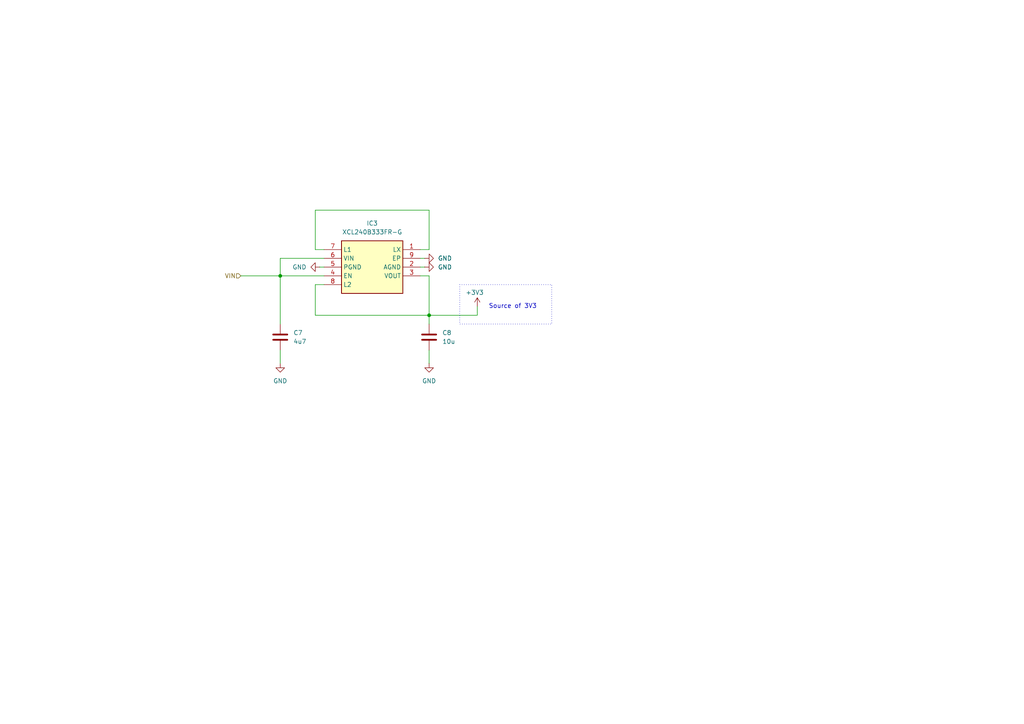
<source format=kicad_sch>
(kicad_sch
	(version 20231120)
	(generator "eeschema")
	(generator_version "8.0")
	(uuid "021fa15a-00d6-4cd3-877a-5cb5671dad8b")
	(paper "A4")
	(lib_symbols
		(symbol "Device:C"
			(pin_numbers hide)
			(pin_names
				(offset 0.254)
			)
			(exclude_from_sim no)
			(in_bom yes)
			(on_board yes)
			(property "Reference" "C"
				(at 0.635 2.54 0)
				(effects
					(font
						(size 1.27 1.27)
					)
					(justify left)
				)
			)
			(property "Value" "C"
				(at 0.635 -2.54 0)
				(effects
					(font
						(size 1.27 1.27)
					)
					(justify left)
				)
			)
			(property "Footprint" ""
				(at 0.9652 -3.81 0)
				(effects
					(font
						(size 1.27 1.27)
					)
					(hide yes)
				)
			)
			(property "Datasheet" "~"
				(at 0 0 0)
				(effects
					(font
						(size 1.27 1.27)
					)
					(hide yes)
				)
			)
			(property "Description" "Unpolarized capacitor"
				(at 0 0 0)
				(effects
					(font
						(size 1.27 1.27)
					)
					(hide yes)
				)
			)
			(property "ki_keywords" "cap capacitor"
				(at 0 0 0)
				(effects
					(font
						(size 1.27 1.27)
					)
					(hide yes)
				)
			)
			(property "ki_fp_filters" "C_*"
				(at 0 0 0)
				(effects
					(font
						(size 1.27 1.27)
					)
					(hide yes)
				)
			)
			(symbol "C_0_1"
				(polyline
					(pts
						(xy -2.032 -0.762) (xy 2.032 -0.762)
					)
					(stroke
						(width 0.508)
						(type default)
					)
					(fill
						(type none)
					)
				)
				(polyline
					(pts
						(xy -2.032 0.762) (xy 2.032 0.762)
					)
					(stroke
						(width 0.508)
						(type default)
					)
					(fill
						(type none)
					)
				)
			)
			(symbol "C_1_1"
				(pin passive line
					(at 0 3.81 270)
					(length 2.794)
					(name "~"
						(effects
							(font
								(size 1.27 1.27)
							)
						)
					)
					(number "1"
						(effects
							(font
								(size 1.27 1.27)
							)
						)
					)
				)
				(pin passive line
					(at 0 -3.81 90)
					(length 2.794)
					(name "~"
						(effects
							(font
								(size 1.27 1.27)
							)
						)
					)
					(number "2"
						(effects
							(font
								(size 1.27 1.27)
							)
						)
					)
				)
			)
		)
		(symbol "SamacSys_Parts:XCL240B333FR-G"
			(exclude_from_sim no)
			(in_bom yes)
			(on_board yes)
			(property "Reference" "IC3"
				(at 13.97 -17.78 0)
				(effects
					(font
						(size 1.27 1.27)
					)
				)
			)
			(property "Value" "XCL240B333FR-G"
				(at 13.97 -15.24 0)
				(effects
					(font
						(size 1.27 1.27)
					)
				)
			)
			(property "Footprint" "XCL103D503CRG"
				(at 24.13 -94.92 0)
				(effects
					(font
						(size 1.27 1.27)
					)
					(justify left top)
					(hide yes)
				)
			)
			(property "Datasheet" "https://product.torexsemi.com/system/files/series/xcl240.pdf"
				(at 24.13 -194.92 0)
				(effects
					(font
						(size 1.27 1.27)
					)
					(justify left top)
					(hide yes)
				)
			)
			(property "Description" "HiSAT-COT  Control 1A Inductor Built-in Step-Down micro DC/DC Converters"
				(at 0 4.572 0)
				(effects
					(font
						(size 1.27 1.27)
					)
					(hide yes)
				)
			)
			(property "Height" "1.04"
				(at 24.13 -394.92 0)
				(effects
					(font
						(size 1.27 1.27)
					)
					(justify left top)
					(hide yes)
				)
			)
			(property "Manufacturer_Name" "Torex"
				(at 24.13 -494.92 0)
				(effects
					(font
						(size 1.27 1.27)
					)
					(justify left top)
					(hide yes)
				)
			)
			(property "Manufacturer_Part_Number" "XCL240B333FR-G"
				(at 24.13 -594.92 0)
				(effects
					(font
						(size 1.27 1.27)
					)
					(justify left top)
					(hide yes)
				)
			)
			(property "Mouser Part Number" ""
				(at 24.13 -694.92 0)
				(effects
					(font
						(size 1.27 1.27)
					)
					(justify left top)
					(hide yes)
				)
			)
			(property "Mouser Price/Stock" ""
				(at 24.13 -794.92 0)
				(effects
					(font
						(size 1.27 1.27)
					)
					(justify left top)
					(hide yes)
				)
			)
			(property "Arrow Part Number" ""
				(at 24.13 -894.92 0)
				(effects
					(font
						(size 1.27 1.27)
					)
					(justify left top)
					(hide yes)
				)
			)
			(property "Arrow Price/Stock" ""
				(at 24.13 -994.92 0)
				(effects
					(font
						(size 1.27 1.27)
					)
					(justify left top)
					(hide yes)
				)
			)
			(symbol "XCL240B333FR-G_1_1"
				(rectangle
					(start 5.08 2.54)
					(end 22.86 -12.7)
					(stroke
						(width 0.254)
						(type default)
					)
					(fill
						(type background)
					)
				)
				(pin passive line
					(at 27.94 0 180)
					(length 5.08)
					(name "LX"
						(effects
							(font
								(size 1.27 1.27)
							)
						)
					)
					(number "1"
						(effects
							(font
								(size 1.27 1.27)
							)
						)
					)
				)
				(pin passive line
					(at 27.94 -5.08 180)
					(length 5.08)
					(name "AGND"
						(effects
							(font
								(size 1.27 1.27)
							)
						)
					)
					(number "2"
						(effects
							(font
								(size 1.27 1.27)
							)
						)
					)
				)
				(pin passive line
					(at 27.94 -7.62 180)
					(length 5.08)
					(name "VOUT"
						(effects
							(font
								(size 1.27 1.27)
							)
						)
					)
					(number "3"
						(effects
							(font
								(size 1.27 1.27)
							)
						)
					)
				)
				(pin passive line
					(at 0 -7.62 0)
					(length 5.08)
					(name "EN"
						(effects
							(font
								(size 1.27 1.27)
							)
						)
					)
					(number "4"
						(effects
							(font
								(size 1.27 1.27)
							)
						)
					)
				)
				(pin passive line
					(at 0 -5.08 0)
					(length 5.08)
					(name "PGND"
						(effects
							(font
								(size 1.27 1.27)
							)
						)
					)
					(number "5"
						(effects
							(font
								(size 1.27 1.27)
							)
						)
					)
				)
				(pin passive line
					(at 0 -2.54 0)
					(length 5.08)
					(name "VIN"
						(effects
							(font
								(size 1.27 1.27)
							)
						)
					)
					(number "6"
						(effects
							(font
								(size 1.27 1.27)
							)
						)
					)
				)
				(pin passive line
					(at 0 0 0)
					(length 5.08)
					(name "L1"
						(effects
							(font
								(size 1.27 1.27)
							)
						)
					)
					(number "7"
						(effects
							(font
								(size 1.27 1.27)
							)
						)
					)
				)
				(pin passive line
					(at 0 -10.16 0)
					(length 5.08)
					(name "L2"
						(effects
							(font
								(size 1.27 1.27)
							)
						)
					)
					(number "8"
						(effects
							(font
								(size 1.27 1.27)
							)
						)
					)
				)
				(pin passive line
					(at 27.94 -2.54 180)
					(length 5.08)
					(name "EP"
						(effects
							(font
								(size 1.27 1.27)
							)
						)
					)
					(number "9"
						(effects
							(font
								(size 1.27 1.27)
							)
						)
					)
				)
			)
		)
		(symbol "power:+3V3"
			(power)
			(pin_numbers hide)
			(pin_names
				(offset 0) hide)
			(exclude_from_sim no)
			(in_bom yes)
			(on_board yes)
			(property "Reference" "#PWR"
				(at 0 -3.81 0)
				(effects
					(font
						(size 1.27 1.27)
					)
					(hide yes)
				)
			)
			(property "Value" "+3V3"
				(at 0 3.556 0)
				(effects
					(font
						(size 1.27 1.27)
					)
				)
			)
			(property "Footprint" ""
				(at 0 0 0)
				(effects
					(font
						(size 1.27 1.27)
					)
					(hide yes)
				)
			)
			(property "Datasheet" ""
				(at 0 0 0)
				(effects
					(font
						(size 1.27 1.27)
					)
					(hide yes)
				)
			)
			(property "Description" "Power symbol creates a global label with name \"+3V3\""
				(at 0 0 0)
				(effects
					(font
						(size 1.27 1.27)
					)
					(hide yes)
				)
			)
			(property "ki_keywords" "global power"
				(at 0 0 0)
				(effects
					(font
						(size 1.27 1.27)
					)
					(hide yes)
				)
			)
			(symbol "+3V3_0_1"
				(polyline
					(pts
						(xy -0.762 1.27) (xy 0 2.54)
					)
					(stroke
						(width 0)
						(type default)
					)
					(fill
						(type none)
					)
				)
				(polyline
					(pts
						(xy 0 0) (xy 0 2.54)
					)
					(stroke
						(width 0)
						(type default)
					)
					(fill
						(type none)
					)
				)
				(polyline
					(pts
						(xy 0 2.54) (xy 0.762 1.27)
					)
					(stroke
						(width 0)
						(type default)
					)
					(fill
						(type none)
					)
				)
			)
			(symbol "+3V3_1_1"
				(pin power_in line
					(at 0 0 90)
					(length 0)
					(name "~"
						(effects
							(font
								(size 1.27 1.27)
							)
						)
					)
					(number "1"
						(effects
							(font
								(size 1.27 1.27)
							)
						)
					)
				)
			)
		)
		(symbol "power:GND"
			(power)
			(pin_numbers hide)
			(pin_names
				(offset 0) hide)
			(exclude_from_sim no)
			(in_bom yes)
			(on_board yes)
			(property "Reference" "#PWR"
				(at 0 -6.35 0)
				(effects
					(font
						(size 1.27 1.27)
					)
					(hide yes)
				)
			)
			(property "Value" "GND"
				(at 0 -3.81 0)
				(effects
					(font
						(size 1.27 1.27)
					)
				)
			)
			(property "Footprint" ""
				(at 0 0 0)
				(effects
					(font
						(size 1.27 1.27)
					)
					(hide yes)
				)
			)
			(property "Datasheet" ""
				(at 0 0 0)
				(effects
					(font
						(size 1.27 1.27)
					)
					(hide yes)
				)
			)
			(property "Description" "Power symbol creates a global label with name \"GND\" , ground"
				(at 0 0 0)
				(effects
					(font
						(size 1.27 1.27)
					)
					(hide yes)
				)
			)
			(property "ki_keywords" "global power"
				(at 0 0 0)
				(effects
					(font
						(size 1.27 1.27)
					)
					(hide yes)
				)
			)
			(symbol "GND_0_1"
				(polyline
					(pts
						(xy 0 0) (xy 0 -1.27) (xy 1.27 -1.27) (xy 0 -2.54) (xy -1.27 -1.27) (xy 0 -1.27)
					)
					(stroke
						(width 0)
						(type default)
					)
					(fill
						(type none)
					)
				)
			)
			(symbol "GND_1_1"
				(pin power_in line
					(at 0 0 270)
					(length 0)
					(name "~"
						(effects
							(font
								(size 1.27 1.27)
							)
						)
					)
					(number "1"
						(effects
							(font
								(size 1.27 1.27)
							)
						)
					)
				)
			)
		)
	)
	(junction
		(at 124.46 91.44)
		(diameter 0)
		(color 0 0 0 0)
		(uuid "8cd6c717-e2de-4846-a069-0e66598305da")
	)
	(junction
		(at 81.28 80.01)
		(diameter 0)
		(color 0 0 0 0)
		(uuid "e06b5d19-9d50-4bd9-b641-5a065d7dd20f")
	)
	(wire
		(pts
			(xy 124.46 91.44) (xy 138.43 91.44)
		)
		(stroke
			(width 0)
			(type default)
		)
		(uuid "0345a103-55b4-489c-ab14-c8d0fd7ab801")
	)
	(wire
		(pts
			(xy 124.46 80.01) (xy 124.46 91.44)
		)
		(stroke
			(width 0)
			(type default)
		)
		(uuid "04b92386-a11d-4ebd-a754-eb255ec70438")
	)
	(wire
		(pts
			(xy 124.46 72.39) (xy 121.92 72.39)
		)
		(stroke
			(width 0)
			(type default)
		)
		(uuid "0afd8a14-f1af-4fcd-983b-79780fe9aacf")
	)
	(wire
		(pts
			(xy 91.44 82.55) (xy 91.44 91.44)
		)
		(stroke
			(width 0)
			(type default)
		)
		(uuid "17b774e7-9421-4cec-99c3-a522c3474948")
	)
	(wire
		(pts
			(xy 91.44 60.96) (xy 91.44 72.39)
		)
		(stroke
			(width 0)
			(type default)
		)
		(uuid "1988926f-fa13-44c9-b1b6-90057db5459b")
	)
	(wire
		(pts
			(xy 92.71 77.47) (xy 93.98 77.47)
		)
		(stroke
			(width 0)
			(type default)
		)
		(uuid "1d40d508-f895-43f3-bffe-50dde9afe7ce")
	)
	(wire
		(pts
			(xy 93.98 80.01) (xy 81.28 80.01)
		)
		(stroke
			(width 0)
			(type default)
		)
		(uuid "2de15604-a47d-4cb5-80b6-54aea734c870")
	)
	(wire
		(pts
			(xy 91.44 91.44) (xy 124.46 91.44)
		)
		(stroke
			(width 0)
			(type default)
		)
		(uuid "3925e994-8e1a-47e6-914e-dc51cec48967")
	)
	(wire
		(pts
			(xy 81.28 74.93) (xy 93.98 74.93)
		)
		(stroke
			(width 0)
			(type default)
		)
		(uuid "3a6bd717-f08a-4178-b254-8d3773b74ebf")
	)
	(wire
		(pts
			(xy 93.98 82.55) (xy 91.44 82.55)
		)
		(stroke
			(width 0)
			(type default)
		)
		(uuid "48e579a8-0fc3-4f77-b87b-62947bb97ff7")
	)
	(wire
		(pts
			(xy 124.46 91.44) (xy 124.46 93.98)
		)
		(stroke
			(width 0)
			(type default)
		)
		(uuid "4a457b70-42ab-465d-a960-0ee0dc563999")
	)
	(wire
		(pts
			(xy 138.43 88.9) (xy 138.43 91.44)
		)
		(stroke
			(width 0)
			(type default)
		)
		(uuid "544b682e-e4c5-46fb-bcf7-b0f9e041334f")
	)
	(wire
		(pts
			(xy 91.44 72.39) (xy 93.98 72.39)
		)
		(stroke
			(width 0)
			(type default)
		)
		(uuid "573f753e-061b-4472-83f2-d39eddac4c84")
	)
	(wire
		(pts
			(xy 69.85 80.01) (xy 81.28 80.01)
		)
		(stroke
			(width 0)
			(type default)
		)
		(uuid "844b81d1-bd5d-48f9-96c3-b4fcd45b351e")
	)
	(wire
		(pts
			(xy 121.92 74.93) (xy 123.19 74.93)
		)
		(stroke
			(width 0)
			(type default)
		)
		(uuid "8608f457-6d30-4ad5-aa4a-fb779412a94d")
	)
	(wire
		(pts
			(xy 81.28 105.41) (xy 81.28 101.6)
		)
		(stroke
			(width 0)
			(type default)
		)
		(uuid "8f4d062e-f7d2-4a48-a997-16a9275587ac")
	)
	(wire
		(pts
			(xy 121.92 80.01) (xy 124.46 80.01)
		)
		(stroke
			(width 0)
			(type default)
		)
		(uuid "ad4d8a1e-ad71-4de4-9066-03c9e88f32fb")
	)
	(wire
		(pts
			(xy 81.28 80.01) (xy 81.28 74.93)
		)
		(stroke
			(width 0)
			(type default)
		)
		(uuid "bc63623d-5d14-417c-aaf0-8607d9f17aa2")
	)
	(wire
		(pts
			(xy 124.46 72.39) (xy 124.46 60.96)
		)
		(stroke
			(width 0)
			(type default)
		)
		(uuid "bd2fba92-738c-4130-8dc4-b27cdd10ee91")
	)
	(wire
		(pts
			(xy 81.28 93.98) (xy 81.28 80.01)
		)
		(stroke
			(width 0)
			(type default)
		)
		(uuid "be19bafe-897c-4588-93bb-c38b890b1d62")
	)
	(wire
		(pts
			(xy 124.46 60.96) (xy 91.44 60.96)
		)
		(stroke
			(width 0)
			(type default)
		)
		(uuid "e6c02450-2224-44bd-960b-3c18b5ce7b6c")
	)
	(wire
		(pts
			(xy 124.46 105.41) (xy 124.46 101.6)
		)
		(stroke
			(width 0)
			(type default)
		)
		(uuid "f1a57b89-c761-43a7-97e2-78b3b1aeff68")
	)
	(wire
		(pts
			(xy 123.19 77.47) (xy 121.92 77.47)
		)
		(stroke
			(width 0)
			(type default)
		)
		(uuid "f94aa642-b16a-4004-82cf-8e43f667fe2d")
	)
	(rectangle
		(start 133.35 82.55)
		(end 160.02 93.98)
		(stroke
			(width 0)
			(type dot)
		)
		(fill
			(type none)
		)
		(uuid d4ded881-2d6f-45e1-9ba6-f23102e058f5)
	)
	(text "Source of 3V3"
		(exclude_from_sim no)
		(at 141.732 88.9 0)
		(effects
			(font
				(size 1.27 1.27)
			)
			(justify left)
		)
		(uuid "f03da6b0-acf6-428b-beb1-c25f8bc41e17")
	)
	(hierarchical_label "VIN"
		(shape input)
		(at 69.85 80.01 180)
		(effects
			(font
				(size 1.27 1.27)
			)
			(justify right)
		)
		(uuid "03d38802-4545-4090-925a-64eb70b50b0f")
	)
	(symbol
		(lib_id "SamacSys_Parts:XCL240B333FR-G")
		(at 93.98 72.39 0)
		(unit 1)
		(exclude_from_sim no)
		(in_bom yes)
		(on_board yes)
		(dnp no)
		(fields_autoplaced yes)
		(uuid "0374d45e-c738-42fa-b621-835c9c9fa361")
		(property "Reference" "IC3"
			(at 107.95 64.77 0)
			(effects
				(font
					(size 1.27 1.27)
				)
			)
		)
		(property "Value" "XCL240B333FR-G"
			(at 107.95 67.31 0)
			(effects
				(font
					(size 1.27 1.27)
				)
			)
		)
		(property "Footprint" "XCL103D503CRG"
			(at 118.11 167.31 0)
			(effects
				(font
					(size 1.27 1.27)
				)
				(justify left top)
				(hide yes)
			)
		)
		(property "Datasheet" "https://product.torexsemi.com/system/files/series/xcl240.pdf"
			(at 118.11 267.31 0)
			(effects
				(font
					(size 1.27 1.27)
				)
				(justify left top)
				(hide yes)
			)
		)
		(property "Description" "HiSAT-COT  Control 1A Inductor Built-in Step-Down micro DC/DC Converters"
			(at 93.98 67.818 0)
			(effects
				(font
					(size 1.27 1.27)
				)
				(hide yes)
			)
		)
		(property "Height" "1.04"
			(at 118.11 467.31 0)
			(effects
				(font
					(size 1.27 1.27)
				)
				(justify left top)
				(hide yes)
			)
		)
		(property "Manufacturer_Name" "Torex"
			(at 118.11 567.31 0)
			(effects
				(font
					(size 1.27 1.27)
				)
				(justify left top)
				(hide yes)
			)
		)
		(property "Manufacturer_Part_Number" "XCL240B333FR-G"
			(at 118.11 667.31 0)
			(effects
				(font
					(size 1.27 1.27)
				)
				(justify left top)
				(hide yes)
			)
		)
		(property "Mouser Part Number" ""
			(at 118.11 767.31 0)
			(effects
				(font
					(size 1.27 1.27)
				)
				(justify left top)
				(hide yes)
			)
		)
		(property "Mouser Price/Stock" ""
			(at 118.11 867.31 0)
			(effects
				(font
					(size 1.27 1.27)
				)
				(justify left top)
				(hide yes)
			)
		)
		(property "Arrow Part Number" ""
			(at 118.11 967.31 0)
			(effects
				(font
					(size 1.27 1.27)
				)
				(justify left top)
				(hide yes)
			)
		)
		(property "Arrow Price/Stock" ""
			(at 118.11 1067.31 0)
			(effects
				(font
					(size 1.27 1.27)
				)
				(justify left top)
				(hide yes)
			)
		)
		(pin "8"
			(uuid "8c9c903a-1811-4b56-84a5-039acdb8f378")
		)
		(pin "1"
			(uuid "e3db6fb7-18ad-4f62-a704-844674355b19")
		)
		(pin "4"
			(uuid "e785357a-0b59-4f64-9de7-e8185ce6eea5")
		)
		(pin "7"
			(uuid "3437fb69-8748-43d1-9c55-1a3b49922a61")
		)
		(pin "3"
			(uuid "de13fec7-4779-40bc-8c3e-b7e859c48048")
		)
		(pin "6"
			(uuid "1ff6a85e-d055-4731-993f-8bd786569b0d")
		)
		(pin "9"
			(uuid "66d2d1ed-fa0a-441d-ab9f-5ee3cc7e9970")
		)
		(pin "5"
			(uuid "9c7914b1-7888-4204-8a54-520bcc697317")
		)
		(pin "2"
			(uuid "062c1676-065b-45c6-b464-11b3fb97400a")
		)
		(instances
			(project "obvod"
				(path "/e8e834c4-1afb-42f7-b718-3cb720dae1d5/c10e3bb1-4b24-45b1-b428-aefa65422361"
					(reference "IC3")
					(unit 1)
				)
			)
		)
	)
	(symbol
		(lib_id "power:+3V3")
		(at 138.43 88.9 0)
		(unit 1)
		(exclude_from_sim no)
		(in_bom yes)
		(on_board yes)
		(dnp no)
		(uuid "1d4e798d-b9f1-4a2a-a556-073ad5ac3209")
		(property "Reference" "#PWR067"
			(at 138.43 92.71 0)
			(effects
				(font
					(size 1.27 1.27)
				)
				(hide yes)
			)
		)
		(property "Value" "+3V3"
			(at 137.668 84.836 0)
			(effects
				(font
					(size 1.27 1.27)
				)
			)
		)
		(property "Footprint" ""
			(at 138.43 88.9 0)
			(effects
				(font
					(size 1.27 1.27)
				)
				(hide yes)
			)
		)
		(property "Datasheet" ""
			(at 138.43 88.9 0)
			(effects
				(font
					(size 1.27 1.27)
				)
				(hide yes)
			)
		)
		(property "Description" "Power symbol creates a global label with name \"+3V3\""
			(at 138.43 88.9 0)
			(effects
				(font
					(size 1.27 1.27)
				)
				(hide yes)
			)
		)
		(pin "1"
			(uuid "bb808d82-18c4-43c9-addc-f51c51b1d9e5")
		)
		(instances
			(project "obvod"
				(path "/e8e834c4-1afb-42f7-b718-3cb720dae1d5/c10e3bb1-4b24-45b1-b428-aefa65422361"
					(reference "#PWR067")
					(unit 1)
				)
			)
		)
	)
	(symbol
		(lib_id "Device:C")
		(at 81.28 97.79 0)
		(unit 1)
		(exclude_from_sim no)
		(in_bom yes)
		(on_board yes)
		(dnp no)
		(fields_autoplaced yes)
		(uuid "47b42be5-0e0f-40a3-b964-4fc169ad24a2")
		(property "Reference" "C7"
			(at 85.09 96.5199 0)
			(effects
				(font
					(size 1.27 1.27)
				)
				(justify left)
			)
		)
		(property "Value" "4u7"
			(at 85.09 99.0599 0)
			(effects
				(font
					(size 1.27 1.27)
				)
				(justify left)
			)
		)
		(property "Footprint" "Capacitor_SMD:C_0805_2012Metric"
			(at 82.2452 101.6 0)
			(effects
				(font
					(size 1.27 1.27)
				)
				(hide yes)
			)
		)
		(property "Datasheet" "~"
			(at 81.28 97.79 0)
			(effects
				(font
					(size 1.27 1.27)
				)
				(hide yes)
			)
		)
		(property "Description" "Unpolarized capacitor"
			(at 81.28 97.79 0)
			(effects
				(font
					(size 1.27 1.27)
				)
				(hide yes)
			)
		)
		(pin "2"
			(uuid "2e5f5d85-588a-4595-a19f-2395c82c54ba")
		)
		(pin "1"
			(uuid "76dcb41f-4b7f-4d0a-9bb0-4608728844e0")
		)
		(instances
			(project "obvod"
				(path "/e8e834c4-1afb-42f7-b718-3cb720dae1d5/c10e3bb1-4b24-45b1-b428-aefa65422361"
					(reference "C7")
					(unit 1)
				)
			)
		)
	)
	(symbol
		(lib_id "power:GND")
		(at 123.19 77.47 90)
		(unit 1)
		(exclude_from_sim no)
		(in_bom yes)
		(on_board yes)
		(dnp no)
		(fields_autoplaced yes)
		(uuid "48af6f1b-3e44-4fb1-9746-ff232b00a0fa")
		(property "Reference" "#PWR015"
			(at 129.54 77.47 0)
			(effects
				(font
					(size 1.27 1.27)
				)
				(hide yes)
			)
		)
		(property "Value" "GND"
			(at 127 77.4699 90)
			(effects
				(font
					(size 1.27 1.27)
				)
				(justify right)
			)
		)
		(property "Footprint" ""
			(at 123.19 77.47 0)
			(effects
				(font
					(size 1.27 1.27)
				)
				(hide yes)
			)
		)
		(property "Datasheet" ""
			(at 123.19 77.47 0)
			(effects
				(font
					(size 1.27 1.27)
				)
				(hide yes)
			)
		)
		(property "Description" "Power symbol creates a global label with name \"GND\" , ground"
			(at 123.19 77.47 0)
			(effects
				(font
					(size 1.27 1.27)
				)
				(hide yes)
			)
		)
		(pin "1"
			(uuid "ac8b6177-d4c7-4646-b7b3-db4d8dbf4e70")
		)
		(instances
			(project "obvod"
				(path "/e8e834c4-1afb-42f7-b718-3cb720dae1d5/c10e3bb1-4b24-45b1-b428-aefa65422361"
					(reference "#PWR015")
					(unit 1)
				)
			)
		)
	)
	(symbol
		(lib_id "power:GND")
		(at 81.28 105.41 0)
		(unit 1)
		(exclude_from_sim no)
		(in_bom yes)
		(on_board yes)
		(dnp no)
		(fields_autoplaced yes)
		(uuid "853b6e41-ac83-4c56-83e5-5bdc8c85a026")
		(property "Reference" "#PWR014"
			(at 81.28 111.76 0)
			(effects
				(font
					(size 1.27 1.27)
				)
				(hide yes)
			)
		)
		(property "Value" "GND"
			(at 81.28 110.49 0)
			(effects
				(font
					(size 1.27 1.27)
				)
			)
		)
		(property "Footprint" ""
			(at 81.28 105.41 0)
			(effects
				(font
					(size 1.27 1.27)
				)
				(hide yes)
			)
		)
		(property "Datasheet" ""
			(at 81.28 105.41 0)
			(effects
				(font
					(size 1.27 1.27)
				)
				(hide yes)
			)
		)
		(property "Description" "Power symbol creates a global label with name \"GND\" , ground"
			(at 81.28 105.41 0)
			(effects
				(font
					(size 1.27 1.27)
				)
				(hide yes)
			)
		)
		(pin "1"
			(uuid "3407b944-046a-42b7-a0a1-f3616d3b1f40")
		)
		(instances
			(project "obvod"
				(path "/e8e834c4-1afb-42f7-b718-3cb720dae1d5/c10e3bb1-4b24-45b1-b428-aefa65422361"
					(reference "#PWR014")
					(unit 1)
				)
			)
		)
	)
	(symbol
		(lib_id "Device:C")
		(at 124.46 97.79 0)
		(unit 1)
		(exclude_from_sim no)
		(in_bom yes)
		(on_board yes)
		(dnp no)
		(fields_autoplaced yes)
		(uuid "abc09acf-9687-4d3b-851a-91dd9f77e4c3")
		(property "Reference" "C8"
			(at 128.27 96.5199 0)
			(effects
				(font
					(size 1.27 1.27)
				)
				(justify left)
			)
		)
		(property "Value" "10u"
			(at 128.27 99.0599 0)
			(effects
				(font
					(size 1.27 1.27)
				)
				(justify left)
			)
		)
		(property "Footprint" "Capacitor_SMD:C_0805_2012Metric"
			(at 125.4252 101.6 0)
			(effects
				(font
					(size 1.27 1.27)
				)
				(hide yes)
			)
		)
		(property "Datasheet" "~"
			(at 124.46 97.79 0)
			(effects
				(font
					(size 1.27 1.27)
				)
				(hide yes)
			)
		)
		(property "Description" "Unpolarized capacitor"
			(at 124.46 97.79 0)
			(effects
				(font
					(size 1.27 1.27)
				)
				(hide yes)
			)
		)
		(pin "1"
			(uuid "3969c3d6-f117-4a82-a312-20c7c381c60f")
		)
		(pin "2"
			(uuid "16f86a95-8036-4989-abf2-2d7187c264a1")
		)
		(instances
			(project "obvod"
				(path "/e8e834c4-1afb-42f7-b718-3cb720dae1d5/c10e3bb1-4b24-45b1-b428-aefa65422361"
					(reference "C8")
					(unit 1)
				)
			)
		)
	)
	(symbol
		(lib_id "power:GND")
		(at 124.46 105.41 0)
		(unit 1)
		(exclude_from_sim no)
		(in_bom yes)
		(on_board yes)
		(dnp no)
		(fields_autoplaced yes)
		(uuid "e6499db2-208d-46f4-ae89-26f36de2428b")
		(property "Reference" "#PWR017"
			(at 124.46 111.76 0)
			(effects
				(font
					(size 1.27 1.27)
				)
				(hide yes)
			)
		)
		(property "Value" "GND"
			(at 124.46 110.49 0)
			(effects
				(font
					(size 1.27 1.27)
				)
			)
		)
		(property "Footprint" ""
			(at 124.46 105.41 0)
			(effects
				(font
					(size 1.27 1.27)
				)
				(hide yes)
			)
		)
		(property "Datasheet" ""
			(at 124.46 105.41 0)
			(effects
				(font
					(size 1.27 1.27)
				)
				(hide yes)
			)
		)
		(property "Description" "Power symbol creates a global label with name \"GND\" , ground"
			(at 124.46 105.41 0)
			(effects
				(font
					(size 1.27 1.27)
				)
				(hide yes)
			)
		)
		(pin "1"
			(uuid "70bab015-ad51-44da-8a66-096664d8992a")
		)
		(instances
			(project "obvod"
				(path "/e8e834c4-1afb-42f7-b718-3cb720dae1d5/c10e3bb1-4b24-45b1-b428-aefa65422361"
					(reference "#PWR017")
					(unit 1)
				)
			)
		)
	)
	(symbol
		(lib_id "power:GND")
		(at 92.71 77.47 270)
		(unit 1)
		(exclude_from_sim no)
		(in_bom yes)
		(on_board yes)
		(dnp no)
		(fields_autoplaced yes)
		(uuid "e8c1fcab-1d50-47ab-89a3-e7f4b94fd44a")
		(property "Reference" "#PWR018"
			(at 86.36 77.47 0)
			(effects
				(font
					(size 1.27 1.27)
				)
				(hide yes)
			)
		)
		(property "Value" "GND"
			(at 88.9 77.4699 90)
			(effects
				(font
					(size 1.27 1.27)
				)
				(justify right)
			)
		)
		(property "Footprint" ""
			(at 92.71 77.47 0)
			(effects
				(font
					(size 1.27 1.27)
				)
				(hide yes)
			)
		)
		(property "Datasheet" ""
			(at 92.71 77.47 0)
			(effects
				(font
					(size 1.27 1.27)
				)
				(hide yes)
			)
		)
		(property "Description" "Power symbol creates a global label with name \"GND\" , ground"
			(at 92.71 77.47 0)
			(effects
				(font
					(size 1.27 1.27)
				)
				(hide yes)
			)
		)
		(pin "1"
			(uuid "2de02fcd-49c2-4d2b-930d-5ca39a6da3c4")
		)
		(instances
			(project "obvod"
				(path "/e8e834c4-1afb-42f7-b718-3cb720dae1d5/c10e3bb1-4b24-45b1-b428-aefa65422361"
					(reference "#PWR018")
					(unit 1)
				)
			)
		)
	)
	(symbol
		(lib_id "power:GND")
		(at 123.19 74.93 90)
		(unit 1)
		(exclude_from_sim no)
		(in_bom yes)
		(on_board yes)
		(dnp no)
		(fields_autoplaced yes)
		(uuid "fa58fd9e-4319-4834-a3eb-88990a093de8")
		(property "Reference" "#PWR016"
			(at 129.54 74.93 0)
			(effects
				(font
					(size 1.27 1.27)
				)
				(hide yes)
			)
		)
		(property "Value" "GND"
			(at 127 74.9299 90)
			(effects
				(font
					(size 1.27 1.27)
				)
				(justify right)
			)
		)
		(property "Footprint" ""
			(at 123.19 74.93 0)
			(effects
				(font
					(size 1.27 1.27)
				)
				(hide yes)
			)
		)
		(property "Datasheet" ""
			(at 123.19 74.93 0)
			(effects
				(font
					(size 1.27 1.27)
				)
				(hide yes)
			)
		)
		(property "Description" "Power symbol creates a global label with name \"GND\" , ground"
			(at 123.19 74.93 0)
			(effects
				(font
					(size 1.27 1.27)
				)
				(hide yes)
			)
		)
		(pin "1"
			(uuid "49e8028e-f2b9-46ce-88ed-276781a60ef2")
		)
		(instances
			(project "obvod"
				(path "/e8e834c4-1afb-42f7-b718-3cb720dae1d5/c10e3bb1-4b24-45b1-b428-aefa65422361"
					(reference "#PWR016")
					(unit 1)
				)
			)
		)
	)
)

</source>
